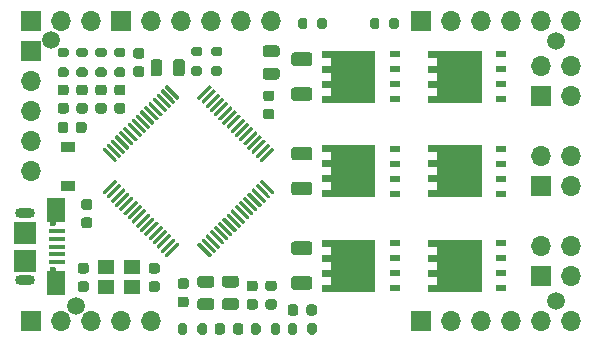
<source format=gbr>
%TF.GenerationSoftware,KiCad,Pcbnew,(5.1.12)-1*%
%TF.CreationDate,2022-04-07T02:34:00+02:00*%
%TF.ProjectId,xESC2,78455343-322e-46b6-9963-61645f706362,rev?*%
%TF.SameCoordinates,Original*%
%TF.FileFunction,Soldermask,Top*%
%TF.FilePolarity,Negative*%
%FSLAX46Y46*%
G04 Gerber Fmt 4.6, Leading zero omitted, Abs format (unit mm)*
G04 Created by KiCad (PCBNEW (5.1.12)-1) date 2022-04-07 02:34:00*
%MOMM*%
%LPD*%
G01*
G04 APERTURE LIST*
%ADD10C,1.500000*%
%ADD11R,1.400000X1.200000*%
%ADD12O,1.700000X1.700000*%
%ADD13R,1.700000X1.700000*%
%ADD14C,0.600000*%
%ADD15O,1.700000X0.850000*%
%ADD16R,1.600000X2.100000*%
%ADD17R,1.900000X1.900000*%
%ADD18R,1.350000X0.400000*%
%ADD19R,1.200000X0.900000*%
%ADD20C,0.100000*%
%ADD21R,0.850000X0.500000*%
G04 APERTURE END LIST*
D10*
%TO.C,FID5*%
X232800000Y-107300000D03*
%TD*%
%TO.C,FID3*%
X234900000Y-129800000D03*
%TD*%
%TO.C,FID2*%
X275500000Y-107400000D03*
%TD*%
%TO.C,FID1*%
X275500000Y-129400000D03*
%TD*%
%TO.C,C3*%
G36*
G01*
X254650001Y-109500000D02*
X253349999Y-109500000D01*
G75*
G02*
X253100000Y-109250001I0J249999D01*
G01*
X253100000Y-108599999D01*
G75*
G02*
X253349999Y-108350000I249999J0D01*
G01*
X254650001Y-108350000D01*
G75*
G02*
X254900000Y-108599999I0J-249999D01*
G01*
X254900000Y-109250001D01*
G75*
G02*
X254650001Y-109500000I-249999J0D01*
G01*
G37*
G36*
G01*
X254650001Y-112450000D02*
X253349999Y-112450000D01*
G75*
G02*
X253100000Y-112200001I0J249999D01*
G01*
X253100000Y-111549999D01*
G75*
G02*
X253349999Y-111300000I249999J0D01*
G01*
X254650001Y-111300000D01*
G75*
G02*
X254900000Y-111549999I0J-249999D01*
G01*
X254900000Y-112200001D01*
G75*
G02*
X254650001Y-112450000I-249999J0D01*
G01*
G37*
%TD*%
D11*
%TO.C,Y1*%
X237400000Y-126550000D03*
X239600000Y-126550000D03*
X239600000Y-128250000D03*
X237400000Y-128250000D03*
%TD*%
D12*
%TO.C,J10*%
X276780000Y-131100000D03*
X274240000Y-131100000D03*
X271700000Y-131100000D03*
X269160000Y-131100000D03*
X266620000Y-131100000D03*
D13*
X264080000Y-131100000D03*
%TD*%
D12*
%TO.C,J9*%
X276780000Y-105700000D03*
X274240000Y-105700000D03*
X271700000Y-105700000D03*
X269160000Y-105700000D03*
X266620000Y-105700000D03*
D13*
X264080000Y-105700000D03*
%TD*%
D12*
%TO.C,J8*%
X276780000Y-109510000D03*
X274240000Y-109510000D03*
X276780000Y-112050000D03*
D13*
X274240000Y-112050000D03*
%TD*%
D12*
%TO.C,J7*%
X276780000Y-117130000D03*
X274240000Y-117130000D03*
X276780000Y-119670000D03*
D13*
X274240000Y-119670000D03*
%TD*%
D12*
%TO.C,J6*%
X276780000Y-124750000D03*
X274240000Y-124750000D03*
X276780000Y-127290000D03*
D13*
X274240000Y-127290000D03*
%TD*%
%TO.C,U4*%
G36*
G01*
X238124428Y-117639860D02*
X237134478Y-116649910D01*
G75*
G02*
X237134478Y-116543844I53033J53033D01*
G01*
X237240544Y-116437778D01*
G75*
G02*
X237346610Y-116437778I53033J-53033D01*
G01*
X238336560Y-117427728D01*
G75*
G02*
X238336560Y-117533794I-53033J-53033D01*
G01*
X238230494Y-117639860D01*
G75*
G02*
X238124428Y-117639860I-53033J53033D01*
G01*
G37*
G36*
G01*
X238477981Y-117286307D02*
X237488031Y-116296357D01*
G75*
G02*
X237488031Y-116190291I53033J53033D01*
G01*
X237594097Y-116084225D01*
G75*
G02*
X237700163Y-116084225I53033J-53033D01*
G01*
X238690113Y-117074175D01*
G75*
G02*
X238690113Y-117180241I-53033J-53033D01*
G01*
X238584047Y-117286307D01*
G75*
G02*
X238477981Y-117286307I-53033J53033D01*
G01*
G37*
G36*
G01*
X238831534Y-116932754D02*
X237841584Y-115942804D01*
G75*
G02*
X237841584Y-115836738I53033J53033D01*
G01*
X237947650Y-115730672D01*
G75*
G02*
X238053716Y-115730672I53033J-53033D01*
G01*
X239043666Y-116720622D01*
G75*
G02*
X239043666Y-116826688I-53033J-53033D01*
G01*
X238937600Y-116932754D01*
G75*
G02*
X238831534Y-116932754I-53033J53033D01*
G01*
G37*
G36*
G01*
X239185088Y-116579200D02*
X238195138Y-115589250D01*
G75*
G02*
X238195138Y-115483184I53033J53033D01*
G01*
X238301204Y-115377118D01*
G75*
G02*
X238407270Y-115377118I53033J-53033D01*
G01*
X239397220Y-116367068D01*
G75*
G02*
X239397220Y-116473134I-53033J-53033D01*
G01*
X239291154Y-116579200D01*
G75*
G02*
X239185088Y-116579200I-53033J53033D01*
G01*
G37*
G36*
G01*
X239538641Y-116225647D02*
X238548691Y-115235697D01*
G75*
G02*
X238548691Y-115129631I53033J53033D01*
G01*
X238654757Y-115023565D01*
G75*
G02*
X238760823Y-115023565I53033J-53033D01*
G01*
X239750773Y-116013515D01*
G75*
G02*
X239750773Y-116119581I-53033J-53033D01*
G01*
X239644707Y-116225647D01*
G75*
G02*
X239538641Y-116225647I-53033J53033D01*
G01*
G37*
G36*
G01*
X239892195Y-115872093D02*
X238902245Y-114882143D01*
G75*
G02*
X238902245Y-114776077I53033J53033D01*
G01*
X239008311Y-114670011D01*
G75*
G02*
X239114377Y-114670011I53033J-53033D01*
G01*
X240104327Y-115659961D01*
G75*
G02*
X240104327Y-115766027I-53033J-53033D01*
G01*
X239998261Y-115872093D01*
G75*
G02*
X239892195Y-115872093I-53033J53033D01*
G01*
G37*
G36*
G01*
X240245748Y-115518540D02*
X239255798Y-114528590D01*
G75*
G02*
X239255798Y-114422524I53033J53033D01*
G01*
X239361864Y-114316458D01*
G75*
G02*
X239467930Y-114316458I53033J-53033D01*
G01*
X240457880Y-115306408D01*
G75*
G02*
X240457880Y-115412474I-53033J-53033D01*
G01*
X240351814Y-115518540D01*
G75*
G02*
X240245748Y-115518540I-53033J53033D01*
G01*
G37*
G36*
G01*
X240599301Y-115164987D02*
X239609351Y-114175037D01*
G75*
G02*
X239609351Y-114068971I53033J53033D01*
G01*
X239715417Y-113962905D01*
G75*
G02*
X239821483Y-113962905I53033J-53033D01*
G01*
X240811433Y-114952855D01*
G75*
G02*
X240811433Y-115058921I-53033J-53033D01*
G01*
X240705367Y-115164987D01*
G75*
G02*
X240599301Y-115164987I-53033J53033D01*
G01*
G37*
G36*
G01*
X240952855Y-114811433D02*
X239962905Y-113821483D01*
G75*
G02*
X239962905Y-113715417I53033J53033D01*
G01*
X240068971Y-113609351D01*
G75*
G02*
X240175037Y-113609351I53033J-53033D01*
G01*
X241164987Y-114599301D01*
G75*
G02*
X241164987Y-114705367I-53033J-53033D01*
G01*
X241058921Y-114811433D01*
G75*
G02*
X240952855Y-114811433I-53033J53033D01*
G01*
G37*
G36*
G01*
X241306408Y-114457880D02*
X240316458Y-113467930D01*
G75*
G02*
X240316458Y-113361864I53033J53033D01*
G01*
X240422524Y-113255798D01*
G75*
G02*
X240528590Y-113255798I53033J-53033D01*
G01*
X241518540Y-114245748D01*
G75*
G02*
X241518540Y-114351814I-53033J-53033D01*
G01*
X241412474Y-114457880D01*
G75*
G02*
X241306408Y-114457880I-53033J53033D01*
G01*
G37*
G36*
G01*
X241659961Y-114104327D02*
X240670011Y-113114377D01*
G75*
G02*
X240670011Y-113008311I53033J53033D01*
G01*
X240776077Y-112902245D01*
G75*
G02*
X240882143Y-112902245I53033J-53033D01*
G01*
X241872093Y-113892195D01*
G75*
G02*
X241872093Y-113998261I-53033J-53033D01*
G01*
X241766027Y-114104327D01*
G75*
G02*
X241659961Y-114104327I-53033J53033D01*
G01*
G37*
G36*
G01*
X242013515Y-113750773D02*
X241023565Y-112760823D01*
G75*
G02*
X241023565Y-112654757I53033J53033D01*
G01*
X241129631Y-112548691D01*
G75*
G02*
X241235697Y-112548691I53033J-53033D01*
G01*
X242225647Y-113538641D01*
G75*
G02*
X242225647Y-113644707I-53033J-53033D01*
G01*
X242119581Y-113750773D01*
G75*
G02*
X242013515Y-113750773I-53033J53033D01*
G01*
G37*
G36*
G01*
X242367068Y-113397220D02*
X241377118Y-112407270D01*
G75*
G02*
X241377118Y-112301204I53033J53033D01*
G01*
X241483184Y-112195138D01*
G75*
G02*
X241589250Y-112195138I53033J-53033D01*
G01*
X242579200Y-113185088D01*
G75*
G02*
X242579200Y-113291154I-53033J-53033D01*
G01*
X242473134Y-113397220D01*
G75*
G02*
X242367068Y-113397220I-53033J53033D01*
G01*
G37*
G36*
G01*
X242720622Y-113043666D02*
X241730672Y-112053716D01*
G75*
G02*
X241730672Y-111947650I53033J53033D01*
G01*
X241836738Y-111841584D01*
G75*
G02*
X241942804Y-111841584I53033J-53033D01*
G01*
X242932754Y-112831534D01*
G75*
G02*
X242932754Y-112937600I-53033J-53033D01*
G01*
X242826688Y-113043666D01*
G75*
G02*
X242720622Y-113043666I-53033J53033D01*
G01*
G37*
G36*
G01*
X243074175Y-112690113D02*
X242084225Y-111700163D01*
G75*
G02*
X242084225Y-111594097I53033J53033D01*
G01*
X242190291Y-111488031D01*
G75*
G02*
X242296357Y-111488031I53033J-53033D01*
G01*
X243286307Y-112477981D01*
G75*
G02*
X243286307Y-112584047I-53033J-53033D01*
G01*
X243180241Y-112690113D01*
G75*
G02*
X243074175Y-112690113I-53033J53033D01*
G01*
G37*
G36*
G01*
X243427728Y-112336560D02*
X242437778Y-111346610D01*
G75*
G02*
X242437778Y-111240544I53033J53033D01*
G01*
X242543844Y-111134478D01*
G75*
G02*
X242649910Y-111134478I53033J-53033D01*
G01*
X243639860Y-112124428D01*
G75*
G02*
X243639860Y-112230494I-53033J-53033D01*
G01*
X243533794Y-112336560D01*
G75*
G02*
X243427728Y-112336560I-53033J53033D01*
G01*
G37*
G36*
G01*
X245266206Y-112336560D02*
X245160140Y-112230494D01*
G75*
G02*
X245160140Y-112124428I53033J53033D01*
G01*
X246150090Y-111134478D01*
G75*
G02*
X246256156Y-111134478I53033J-53033D01*
G01*
X246362222Y-111240544D01*
G75*
G02*
X246362222Y-111346610I-53033J-53033D01*
G01*
X245372272Y-112336560D01*
G75*
G02*
X245266206Y-112336560I-53033J53033D01*
G01*
G37*
G36*
G01*
X245619759Y-112690113D02*
X245513693Y-112584047D01*
G75*
G02*
X245513693Y-112477981I53033J53033D01*
G01*
X246503643Y-111488031D01*
G75*
G02*
X246609709Y-111488031I53033J-53033D01*
G01*
X246715775Y-111594097D01*
G75*
G02*
X246715775Y-111700163I-53033J-53033D01*
G01*
X245725825Y-112690113D01*
G75*
G02*
X245619759Y-112690113I-53033J53033D01*
G01*
G37*
G36*
G01*
X245973312Y-113043666D02*
X245867246Y-112937600D01*
G75*
G02*
X245867246Y-112831534I53033J53033D01*
G01*
X246857196Y-111841584D01*
G75*
G02*
X246963262Y-111841584I53033J-53033D01*
G01*
X247069328Y-111947650D01*
G75*
G02*
X247069328Y-112053716I-53033J-53033D01*
G01*
X246079378Y-113043666D01*
G75*
G02*
X245973312Y-113043666I-53033J53033D01*
G01*
G37*
G36*
G01*
X246326866Y-113397220D02*
X246220800Y-113291154D01*
G75*
G02*
X246220800Y-113185088I53033J53033D01*
G01*
X247210750Y-112195138D01*
G75*
G02*
X247316816Y-112195138I53033J-53033D01*
G01*
X247422882Y-112301204D01*
G75*
G02*
X247422882Y-112407270I-53033J-53033D01*
G01*
X246432932Y-113397220D01*
G75*
G02*
X246326866Y-113397220I-53033J53033D01*
G01*
G37*
G36*
G01*
X246680419Y-113750773D02*
X246574353Y-113644707D01*
G75*
G02*
X246574353Y-113538641I53033J53033D01*
G01*
X247564303Y-112548691D01*
G75*
G02*
X247670369Y-112548691I53033J-53033D01*
G01*
X247776435Y-112654757D01*
G75*
G02*
X247776435Y-112760823I-53033J-53033D01*
G01*
X246786485Y-113750773D01*
G75*
G02*
X246680419Y-113750773I-53033J53033D01*
G01*
G37*
G36*
G01*
X247033973Y-114104327D02*
X246927907Y-113998261D01*
G75*
G02*
X246927907Y-113892195I53033J53033D01*
G01*
X247917857Y-112902245D01*
G75*
G02*
X248023923Y-112902245I53033J-53033D01*
G01*
X248129989Y-113008311D01*
G75*
G02*
X248129989Y-113114377I-53033J-53033D01*
G01*
X247140039Y-114104327D01*
G75*
G02*
X247033973Y-114104327I-53033J53033D01*
G01*
G37*
G36*
G01*
X247387526Y-114457880D02*
X247281460Y-114351814D01*
G75*
G02*
X247281460Y-114245748I53033J53033D01*
G01*
X248271410Y-113255798D01*
G75*
G02*
X248377476Y-113255798I53033J-53033D01*
G01*
X248483542Y-113361864D01*
G75*
G02*
X248483542Y-113467930I-53033J-53033D01*
G01*
X247493592Y-114457880D01*
G75*
G02*
X247387526Y-114457880I-53033J53033D01*
G01*
G37*
G36*
G01*
X247741079Y-114811433D02*
X247635013Y-114705367D01*
G75*
G02*
X247635013Y-114599301I53033J53033D01*
G01*
X248624963Y-113609351D01*
G75*
G02*
X248731029Y-113609351I53033J-53033D01*
G01*
X248837095Y-113715417D01*
G75*
G02*
X248837095Y-113821483I-53033J-53033D01*
G01*
X247847145Y-114811433D01*
G75*
G02*
X247741079Y-114811433I-53033J53033D01*
G01*
G37*
G36*
G01*
X248094633Y-115164987D02*
X247988567Y-115058921D01*
G75*
G02*
X247988567Y-114952855I53033J53033D01*
G01*
X248978517Y-113962905D01*
G75*
G02*
X249084583Y-113962905I53033J-53033D01*
G01*
X249190649Y-114068971D01*
G75*
G02*
X249190649Y-114175037I-53033J-53033D01*
G01*
X248200699Y-115164987D01*
G75*
G02*
X248094633Y-115164987I-53033J53033D01*
G01*
G37*
G36*
G01*
X248448186Y-115518540D02*
X248342120Y-115412474D01*
G75*
G02*
X248342120Y-115306408I53033J53033D01*
G01*
X249332070Y-114316458D01*
G75*
G02*
X249438136Y-114316458I53033J-53033D01*
G01*
X249544202Y-114422524D01*
G75*
G02*
X249544202Y-114528590I-53033J-53033D01*
G01*
X248554252Y-115518540D01*
G75*
G02*
X248448186Y-115518540I-53033J53033D01*
G01*
G37*
G36*
G01*
X248801739Y-115872093D02*
X248695673Y-115766027D01*
G75*
G02*
X248695673Y-115659961I53033J53033D01*
G01*
X249685623Y-114670011D01*
G75*
G02*
X249791689Y-114670011I53033J-53033D01*
G01*
X249897755Y-114776077D01*
G75*
G02*
X249897755Y-114882143I-53033J-53033D01*
G01*
X248907805Y-115872093D01*
G75*
G02*
X248801739Y-115872093I-53033J53033D01*
G01*
G37*
G36*
G01*
X249155293Y-116225647D02*
X249049227Y-116119581D01*
G75*
G02*
X249049227Y-116013515I53033J53033D01*
G01*
X250039177Y-115023565D01*
G75*
G02*
X250145243Y-115023565I53033J-53033D01*
G01*
X250251309Y-115129631D01*
G75*
G02*
X250251309Y-115235697I-53033J-53033D01*
G01*
X249261359Y-116225647D01*
G75*
G02*
X249155293Y-116225647I-53033J53033D01*
G01*
G37*
G36*
G01*
X249508846Y-116579200D02*
X249402780Y-116473134D01*
G75*
G02*
X249402780Y-116367068I53033J53033D01*
G01*
X250392730Y-115377118D01*
G75*
G02*
X250498796Y-115377118I53033J-53033D01*
G01*
X250604862Y-115483184D01*
G75*
G02*
X250604862Y-115589250I-53033J-53033D01*
G01*
X249614912Y-116579200D01*
G75*
G02*
X249508846Y-116579200I-53033J53033D01*
G01*
G37*
G36*
G01*
X249862400Y-116932754D02*
X249756334Y-116826688D01*
G75*
G02*
X249756334Y-116720622I53033J53033D01*
G01*
X250746284Y-115730672D01*
G75*
G02*
X250852350Y-115730672I53033J-53033D01*
G01*
X250958416Y-115836738D01*
G75*
G02*
X250958416Y-115942804I-53033J-53033D01*
G01*
X249968466Y-116932754D01*
G75*
G02*
X249862400Y-116932754I-53033J53033D01*
G01*
G37*
G36*
G01*
X250215953Y-117286307D02*
X250109887Y-117180241D01*
G75*
G02*
X250109887Y-117074175I53033J53033D01*
G01*
X251099837Y-116084225D01*
G75*
G02*
X251205903Y-116084225I53033J-53033D01*
G01*
X251311969Y-116190291D01*
G75*
G02*
X251311969Y-116296357I-53033J-53033D01*
G01*
X250322019Y-117286307D01*
G75*
G02*
X250215953Y-117286307I-53033J53033D01*
G01*
G37*
G36*
G01*
X250569506Y-117639860D02*
X250463440Y-117533794D01*
G75*
G02*
X250463440Y-117427728I53033J53033D01*
G01*
X251453390Y-116437778D01*
G75*
G02*
X251559456Y-116437778I53033J-53033D01*
G01*
X251665522Y-116543844D01*
G75*
G02*
X251665522Y-116649910I-53033J-53033D01*
G01*
X250675572Y-117639860D01*
G75*
G02*
X250569506Y-117639860I-53033J53033D01*
G01*
G37*
G36*
G01*
X251453390Y-120362222D02*
X250463440Y-119372272D01*
G75*
G02*
X250463440Y-119266206I53033J53033D01*
G01*
X250569506Y-119160140D01*
G75*
G02*
X250675572Y-119160140I53033J-53033D01*
G01*
X251665522Y-120150090D01*
G75*
G02*
X251665522Y-120256156I-53033J-53033D01*
G01*
X251559456Y-120362222D01*
G75*
G02*
X251453390Y-120362222I-53033J53033D01*
G01*
G37*
G36*
G01*
X251099837Y-120715775D02*
X250109887Y-119725825D01*
G75*
G02*
X250109887Y-119619759I53033J53033D01*
G01*
X250215953Y-119513693D01*
G75*
G02*
X250322019Y-119513693I53033J-53033D01*
G01*
X251311969Y-120503643D01*
G75*
G02*
X251311969Y-120609709I-53033J-53033D01*
G01*
X251205903Y-120715775D01*
G75*
G02*
X251099837Y-120715775I-53033J53033D01*
G01*
G37*
G36*
G01*
X250746284Y-121069328D02*
X249756334Y-120079378D01*
G75*
G02*
X249756334Y-119973312I53033J53033D01*
G01*
X249862400Y-119867246D01*
G75*
G02*
X249968466Y-119867246I53033J-53033D01*
G01*
X250958416Y-120857196D01*
G75*
G02*
X250958416Y-120963262I-53033J-53033D01*
G01*
X250852350Y-121069328D01*
G75*
G02*
X250746284Y-121069328I-53033J53033D01*
G01*
G37*
G36*
G01*
X250392730Y-121422882D02*
X249402780Y-120432932D01*
G75*
G02*
X249402780Y-120326866I53033J53033D01*
G01*
X249508846Y-120220800D01*
G75*
G02*
X249614912Y-120220800I53033J-53033D01*
G01*
X250604862Y-121210750D01*
G75*
G02*
X250604862Y-121316816I-53033J-53033D01*
G01*
X250498796Y-121422882D01*
G75*
G02*
X250392730Y-121422882I-53033J53033D01*
G01*
G37*
G36*
G01*
X250039177Y-121776435D02*
X249049227Y-120786485D01*
G75*
G02*
X249049227Y-120680419I53033J53033D01*
G01*
X249155293Y-120574353D01*
G75*
G02*
X249261359Y-120574353I53033J-53033D01*
G01*
X250251309Y-121564303D01*
G75*
G02*
X250251309Y-121670369I-53033J-53033D01*
G01*
X250145243Y-121776435D01*
G75*
G02*
X250039177Y-121776435I-53033J53033D01*
G01*
G37*
G36*
G01*
X249685623Y-122129989D02*
X248695673Y-121140039D01*
G75*
G02*
X248695673Y-121033973I53033J53033D01*
G01*
X248801739Y-120927907D01*
G75*
G02*
X248907805Y-120927907I53033J-53033D01*
G01*
X249897755Y-121917857D01*
G75*
G02*
X249897755Y-122023923I-53033J-53033D01*
G01*
X249791689Y-122129989D01*
G75*
G02*
X249685623Y-122129989I-53033J53033D01*
G01*
G37*
G36*
G01*
X249332070Y-122483542D02*
X248342120Y-121493592D01*
G75*
G02*
X248342120Y-121387526I53033J53033D01*
G01*
X248448186Y-121281460D01*
G75*
G02*
X248554252Y-121281460I53033J-53033D01*
G01*
X249544202Y-122271410D01*
G75*
G02*
X249544202Y-122377476I-53033J-53033D01*
G01*
X249438136Y-122483542D01*
G75*
G02*
X249332070Y-122483542I-53033J53033D01*
G01*
G37*
G36*
G01*
X248978517Y-122837095D02*
X247988567Y-121847145D01*
G75*
G02*
X247988567Y-121741079I53033J53033D01*
G01*
X248094633Y-121635013D01*
G75*
G02*
X248200699Y-121635013I53033J-53033D01*
G01*
X249190649Y-122624963D01*
G75*
G02*
X249190649Y-122731029I-53033J-53033D01*
G01*
X249084583Y-122837095D01*
G75*
G02*
X248978517Y-122837095I-53033J53033D01*
G01*
G37*
G36*
G01*
X248624963Y-123190649D02*
X247635013Y-122200699D01*
G75*
G02*
X247635013Y-122094633I53033J53033D01*
G01*
X247741079Y-121988567D01*
G75*
G02*
X247847145Y-121988567I53033J-53033D01*
G01*
X248837095Y-122978517D01*
G75*
G02*
X248837095Y-123084583I-53033J-53033D01*
G01*
X248731029Y-123190649D01*
G75*
G02*
X248624963Y-123190649I-53033J53033D01*
G01*
G37*
G36*
G01*
X248271410Y-123544202D02*
X247281460Y-122554252D01*
G75*
G02*
X247281460Y-122448186I53033J53033D01*
G01*
X247387526Y-122342120D01*
G75*
G02*
X247493592Y-122342120I53033J-53033D01*
G01*
X248483542Y-123332070D01*
G75*
G02*
X248483542Y-123438136I-53033J-53033D01*
G01*
X248377476Y-123544202D01*
G75*
G02*
X248271410Y-123544202I-53033J53033D01*
G01*
G37*
G36*
G01*
X247917857Y-123897755D02*
X246927907Y-122907805D01*
G75*
G02*
X246927907Y-122801739I53033J53033D01*
G01*
X247033973Y-122695673D01*
G75*
G02*
X247140039Y-122695673I53033J-53033D01*
G01*
X248129989Y-123685623D01*
G75*
G02*
X248129989Y-123791689I-53033J-53033D01*
G01*
X248023923Y-123897755D01*
G75*
G02*
X247917857Y-123897755I-53033J53033D01*
G01*
G37*
G36*
G01*
X247564303Y-124251309D02*
X246574353Y-123261359D01*
G75*
G02*
X246574353Y-123155293I53033J53033D01*
G01*
X246680419Y-123049227D01*
G75*
G02*
X246786485Y-123049227I53033J-53033D01*
G01*
X247776435Y-124039177D01*
G75*
G02*
X247776435Y-124145243I-53033J-53033D01*
G01*
X247670369Y-124251309D01*
G75*
G02*
X247564303Y-124251309I-53033J53033D01*
G01*
G37*
G36*
G01*
X247210750Y-124604862D02*
X246220800Y-123614912D01*
G75*
G02*
X246220800Y-123508846I53033J53033D01*
G01*
X246326866Y-123402780D01*
G75*
G02*
X246432932Y-123402780I53033J-53033D01*
G01*
X247422882Y-124392730D01*
G75*
G02*
X247422882Y-124498796I-53033J-53033D01*
G01*
X247316816Y-124604862D01*
G75*
G02*
X247210750Y-124604862I-53033J53033D01*
G01*
G37*
G36*
G01*
X246857196Y-124958416D02*
X245867246Y-123968466D01*
G75*
G02*
X245867246Y-123862400I53033J53033D01*
G01*
X245973312Y-123756334D01*
G75*
G02*
X246079378Y-123756334I53033J-53033D01*
G01*
X247069328Y-124746284D01*
G75*
G02*
X247069328Y-124852350I-53033J-53033D01*
G01*
X246963262Y-124958416D01*
G75*
G02*
X246857196Y-124958416I-53033J53033D01*
G01*
G37*
G36*
G01*
X246503643Y-125311969D02*
X245513693Y-124322019D01*
G75*
G02*
X245513693Y-124215953I53033J53033D01*
G01*
X245619759Y-124109887D01*
G75*
G02*
X245725825Y-124109887I53033J-53033D01*
G01*
X246715775Y-125099837D01*
G75*
G02*
X246715775Y-125205903I-53033J-53033D01*
G01*
X246609709Y-125311969D01*
G75*
G02*
X246503643Y-125311969I-53033J53033D01*
G01*
G37*
G36*
G01*
X246150090Y-125665522D02*
X245160140Y-124675572D01*
G75*
G02*
X245160140Y-124569506I53033J53033D01*
G01*
X245266206Y-124463440D01*
G75*
G02*
X245372272Y-124463440I53033J-53033D01*
G01*
X246362222Y-125453390D01*
G75*
G02*
X246362222Y-125559456I-53033J-53033D01*
G01*
X246256156Y-125665522D01*
G75*
G02*
X246150090Y-125665522I-53033J53033D01*
G01*
G37*
G36*
G01*
X242543844Y-125665522D02*
X242437778Y-125559456D01*
G75*
G02*
X242437778Y-125453390I53033J53033D01*
G01*
X243427728Y-124463440D01*
G75*
G02*
X243533794Y-124463440I53033J-53033D01*
G01*
X243639860Y-124569506D01*
G75*
G02*
X243639860Y-124675572I-53033J-53033D01*
G01*
X242649910Y-125665522D01*
G75*
G02*
X242543844Y-125665522I-53033J53033D01*
G01*
G37*
G36*
G01*
X242190291Y-125311969D02*
X242084225Y-125205903D01*
G75*
G02*
X242084225Y-125099837I53033J53033D01*
G01*
X243074175Y-124109887D01*
G75*
G02*
X243180241Y-124109887I53033J-53033D01*
G01*
X243286307Y-124215953D01*
G75*
G02*
X243286307Y-124322019I-53033J-53033D01*
G01*
X242296357Y-125311969D01*
G75*
G02*
X242190291Y-125311969I-53033J53033D01*
G01*
G37*
G36*
G01*
X241836738Y-124958416D02*
X241730672Y-124852350D01*
G75*
G02*
X241730672Y-124746284I53033J53033D01*
G01*
X242720622Y-123756334D01*
G75*
G02*
X242826688Y-123756334I53033J-53033D01*
G01*
X242932754Y-123862400D01*
G75*
G02*
X242932754Y-123968466I-53033J-53033D01*
G01*
X241942804Y-124958416D01*
G75*
G02*
X241836738Y-124958416I-53033J53033D01*
G01*
G37*
G36*
G01*
X241483184Y-124604862D02*
X241377118Y-124498796D01*
G75*
G02*
X241377118Y-124392730I53033J53033D01*
G01*
X242367068Y-123402780D01*
G75*
G02*
X242473134Y-123402780I53033J-53033D01*
G01*
X242579200Y-123508846D01*
G75*
G02*
X242579200Y-123614912I-53033J-53033D01*
G01*
X241589250Y-124604862D01*
G75*
G02*
X241483184Y-124604862I-53033J53033D01*
G01*
G37*
G36*
G01*
X241129631Y-124251309D02*
X241023565Y-124145243D01*
G75*
G02*
X241023565Y-124039177I53033J53033D01*
G01*
X242013515Y-123049227D01*
G75*
G02*
X242119581Y-123049227I53033J-53033D01*
G01*
X242225647Y-123155293D01*
G75*
G02*
X242225647Y-123261359I-53033J-53033D01*
G01*
X241235697Y-124251309D01*
G75*
G02*
X241129631Y-124251309I-53033J53033D01*
G01*
G37*
G36*
G01*
X240776077Y-123897755D02*
X240670011Y-123791689D01*
G75*
G02*
X240670011Y-123685623I53033J53033D01*
G01*
X241659961Y-122695673D01*
G75*
G02*
X241766027Y-122695673I53033J-53033D01*
G01*
X241872093Y-122801739D01*
G75*
G02*
X241872093Y-122907805I-53033J-53033D01*
G01*
X240882143Y-123897755D01*
G75*
G02*
X240776077Y-123897755I-53033J53033D01*
G01*
G37*
G36*
G01*
X240422524Y-123544202D02*
X240316458Y-123438136D01*
G75*
G02*
X240316458Y-123332070I53033J53033D01*
G01*
X241306408Y-122342120D01*
G75*
G02*
X241412474Y-122342120I53033J-53033D01*
G01*
X241518540Y-122448186D01*
G75*
G02*
X241518540Y-122554252I-53033J-53033D01*
G01*
X240528590Y-123544202D01*
G75*
G02*
X240422524Y-123544202I-53033J53033D01*
G01*
G37*
G36*
G01*
X240068971Y-123190649D02*
X239962905Y-123084583D01*
G75*
G02*
X239962905Y-122978517I53033J53033D01*
G01*
X240952855Y-121988567D01*
G75*
G02*
X241058921Y-121988567I53033J-53033D01*
G01*
X241164987Y-122094633D01*
G75*
G02*
X241164987Y-122200699I-53033J-53033D01*
G01*
X240175037Y-123190649D01*
G75*
G02*
X240068971Y-123190649I-53033J53033D01*
G01*
G37*
G36*
G01*
X239715417Y-122837095D02*
X239609351Y-122731029D01*
G75*
G02*
X239609351Y-122624963I53033J53033D01*
G01*
X240599301Y-121635013D01*
G75*
G02*
X240705367Y-121635013I53033J-53033D01*
G01*
X240811433Y-121741079D01*
G75*
G02*
X240811433Y-121847145I-53033J-53033D01*
G01*
X239821483Y-122837095D01*
G75*
G02*
X239715417Y-122837095I-53033J53033D01*
G01*
G37*
G36*
G01*
X239361864Y-122483542D02*
X239255798Y-122377476D01*
G75*
G02*
X239255798Y-122271410I53033J53033D01*
G01*
X240245748Y-121281460D01*
G75*
G02*
X240351814Y-121281460I53033J-53033D01*
G01*
X240457880Y-121387526D01*
G75*
G02*
X240457880Y-121493592I-53033J-53033D01*
G01*
X239467930Y-122483542D01*
G75*
G02*
X239361864Y-122483542I-53033J53033D01*
G01*
G37*
G36*
G01*
X239008311Y-122129989D02*
X238902245Y-122023923D01*
G75*
G02*
X238902245Y-121917857I53033J53033D01*
G01*
X239892195Y-120927907D01*
G75*
G02*
X239998261Y-120927907I53033J-53033D01*
G01*
X240104327Y-121033973D01*
G75*
G02*
X240104327Y-121140039I-53033J-53033D01*
G01*
X239114377Y-122129989D01*
G75*
G02*
X239008311Y-122129989I-53033J53033D01*
G01*
G37*
G36*
G01*
X238654757Y-121776435D02*
X238548691Y-121670369D01*
G75*
G02*
X238548691Y-121564303I53033J53033D01*
G01*
X239538641Y-120574353D01*
G75*
G02*
X239644707Y-120574353I53033J-53033D01*
G01*
X239750773Y-120680419D01*
G75*
G02*
X239750773Y-120786485I-53033J-53033D01*
G01*
X238760823Y-121776435D01*
G75*
G02*
X238654757Y-121776435I-53033J53033D01*
G01*
G37*
G36*
G01*
X238301204Y-121422882D02*
X238195138Y-121316816D01*
G75*
G02*
X238195138Y-121210750I53033J53033D01*
G01*
X239185088Y-120220800D01*
G75*
G02*
X239291154Y-120220800I53033J-53033D01*
G01*
X239397220Y-120326866D01*
G75*
G02*
X239397220Y-120432932I-53033J-53033D01*
G01*
X238407270Y-121422882D01*
G75*
G02*
X238301204Y-121422882I-53033J53033D01*
G01*
G37*
G36*
G01*
X237947650Y-121069328D02*
X237841584Y-120963262D01*
G75*
G02*
X237841584Y-120857196I53033J53033D01*
G01*
X238831534Y-119867246D01*
G75*
G02*
X238937600Y-119867246I53033J-53033D01*
G01*
X239043666Y-119973312D01*
G75*
G02*
X239043666Y-120079378I-53033J-53033D01*
G01*
X238053716Y-121069328D01*
G75*
G02*
X237947650Y-121069328I-53033J53033D01*
G01*
G37*
G36*
G01*
X237594097Y-120715775D02*
X237488031Y-120609709D01*
G75*
G02*
X237488031Y-120503643I53033J53033D01*
G01*
X238477981Y-119513693D01*
G75*
G02*
X238584047Y-119513693I53033J-53033D01*
G01*
X238690113Y-119619759D01*
G75*
G02*
X238690113Y-119725825I-53033J-53033D01*
G01*
X237700163Y-120715775D01*
G75*
G02*
X237594097Y-120715775I-53033J53033D01*
G01*
G37*
G36*
G01*
X237240544Y-120362222D02*
X237134478Y-120256156D01*
G75*
G02*
X237134478Y-120150090I53033J53033D01*
G01*
X238124428Y-119160140D01*
G75*
G02*
X238230494Y-119160140I53033J-53033D01*
G01*
X238336560Y-119266206D01*
G75*
G02*
X238336560Y-119372272I-53033J-53033D01*
G01*
X237346610Y-120362222D01*
G75*
G02*
X237240544Y-120362222I-53033J53033D01*
G01*
G37*
%TD*%
%TO.C,R40*%
G36*
G01*
X261425000Y-106175000D02*
X261425000Y-105625000D01*
G75*
G02*
X261625000Y-105425000I200000J0D01*
G01*
X262025000Y-105425000D01*
G75*
G02*
X262225000Y-105625000I0J-200000D01*
G01*
X262225000Y-106175000D01*
G75*
G02*
X262025000Y-106375000I-200000J0D01*
G01*
X261625000Y-106375000D01*
G75*
G02*
X261425000Y-106175000I0J200000D01*
G01*
G37*
G36*
G01*
X259775000Y-106175000D02*
X259775000Y-105625000D01*
G75*
G02*
X259975000Y-105425000I200000J0D01*
G01*
X260375000Y-105425000D01*
G75*
G02*
X260575000Y-105625000I0J-200000D01*
G01*
X260575000Y-106175000D01*
G75*
G02*
X260375000Y-106375000I-200000J0D01*
G01*
X259975000Y-106375000D01*
G75*
G02*
X259775000Y-106175000I0J200000D01*
G01*
G37*
%TD*%
%TO.C,R39*%
G36*
G01*
X255325000Y-106175000D02*
X255325000Y-105625000D01*
G75*
G02*
X255525000Y-105425000I200000J0D01*
G01*
X255925000Y-105425000D01*
G75*
G02*
X256125000Y-105625000I0J-200000D01*
G01*
X256125000Y-106175000D01*
G75*
G02*
X255925000Y-106375000I-200000J0D01*
G01*
X255525000Y-106375000D01*
G75*
G02*
X255325000Y-106175000I0J200000D01*
G01*
G37*
G36*
G01*
X253675000Y-106175000D02*
X253675000Y-105625000D01*
G75*
G02*
X253875000Y-105425000I200000J0D01*
G01*
X254275000Y-105425000D01*
G75*
G02*
X254475000Y-105625000I0J-200000D01*
G01*
X254475000Y-106175000D01*
G75*
G02*
X254275000Y-106375000I-200000J0D01*
G01*
X253875000Y-106375000D01*
G75*
G02*
X253675000Y-106175000I0J200000D01*
G01*
G37*
%TD*%
%TO.C,R38*%
G36*
G01*
X245165000Y-132035000D02*
X245165000Y-131485000D01*
G75*
G02*
X245365000Y-131285000I200000J0D01*
G01*
X245765000Y-131285000D01*
G75*
G02*
X245965000Y-131485000I0J-200000D01*
G01*
X245965000Y-132035000D01*
G75*
G02*
X245765000Y-132235000I-200000J0D01*
G01*
X245365000Y-132235000D01*
G75*
G02*
X245165000Y-132035000I0J200000D01*
G01*
G37*
G36*
G01*
X243515000Y-132035000D02*
X243515000Y-131485000D01*
G75*
G02*
X243715000Y-131285000I200000J0D01*
G01*
X244115000Y-131285000D01*
G75*
G02*
X244315000Y-131485000I0J-200000D01*
G01*
X244315000Y-132035000D01*
G75*
G02*
X244115000Y-132235000I-200000J0D01*
G01*
X243715000Y-132235000D01*
G75*
G02*
X243515000Y-132035000I0J200000D01*
G01*
G37*
%TD*%
%TO.C,R37*%
G36*
G01*
X251365000Y-132035000D02*
X251365000Y-131485000D01*
G75*
G02*
X251565000Y-131285000I200000J0D01*
G01*
X251965000Y-131285000D01*
G75*
G02*
X252165000Y-131485000I0J-200000D01*
G01*
X252165000Y-132035000D01*
G75*
G02*
X251965000Y-132235000I-200000J0D01*
G01*
X251565000Y-132235000D01*
G75*
G02*
X251365000Y-132035000I0J200000D01*
G01*
G37*
G36*
G01*
X249715000Y-132035000D02*
X249715000Y-131485000D01*
G75*
G02*
X249915000Y-131285000I200000J0D01*
G01*
X250315000Y-131285000D01*
G75*
G02*
X250515000Y-131485000I0J-200000D01*
G01*
X250515000Y-132035000D01*
G75*
G02*
X250315000Y-132235000I-200000J0D01*
G01*
X249915000Y-132235000D01*
G75*
G02*
X249715000Y-132035000I0J200000D01*
G01*
G37*
%TD*%
%TO.C,D5*%
G36*
G01*
X247490000Y-131503750D02*
X247490000Y-132016250D01*
G75*
G02*
X247271250Y-132235000I-218750J0D01*
G01*
X246833750Y-132235000D01*
G75*
G02*
X246615000Y-132016250I0J218750D01*
G01*
X246615000Y-131503750D01*
G75*
G02*
X246833750Y-131285000I218750J0D01*
G01*
X247271250Y-131285000D01*
G75*
G02*
X247490000Y-131503750I0J-218750D01*
G01*
G37*
G36*
G01*
X249065000Y-131503750D02*
X249065000Y-132016250D01*
G75*
G02*
X248846250Y-132235000I-218750J0D01*
G01*
X248408750Y-132235000D01*
G75*
G02*
X248190000Y-132016250I0J218750D01*
G01*
X248190000Y-131503750D01*
G75*
G02*
X248408750Y-131285000I218750J0D01*
G01*
X248846250Y-131285000D01*
G75*
G02*
X249065000Y-131503750I0J-218750D01*
G01*
G37*
%TD*%
%TO.C,D4*%
G36*
G01*
X251143750Y-129250000D02*
X251656250Y-129250000D01*
G75*
G02*
X251875000Y-129468750I0J-218750D01*
G01*
X251875000Y-129906250D01*
G75*
G02*
X251656250Y-130125000I-218750J0D01*
G01*
X251143750Y-130125000D01*
G75*
G02*
X250925000Y-129906250I0J218750D01*
G01*
X250925000Y-129468750D01*
G75*
G02*
X251143750Y-129250000I218750J0D01*
G01*
G37*
G36*
G01*
X251143750Y-127675000D02*
X251656250Y-127675000D01*
G75*
G02*
X251875000Y-127893750I0J-218750D01*
G01*
X251875000Y-128331250D01*
G75*
G02*
X251656250Y-128550000I-218750J0D01*
G01*
X251143750Y-128550000D01*
G75*
G02*
X250925000Y-128331250I0J218750D01*
G01*
X250925000Y-127893750D01*
G75*
G02*
X251143750Y-127675000I218750J0D01*
G01*
G37*
%TD*%
D12*
%TO.C,J5*%
X236140000Y-105700000D03*
X233600000Y-105700000D03*
D13*
X231060000Y-105700000D03*
%TD*%
D12*
%TO.C,J4*%
X241220000Y-131100000D03*
X238680000Y-131100000D03*
X236140000Y-131100000D03*
X233600000Y-131100000D03*
D13*
X231060000Y-131100000D03*
%TD*%
%TO.C,R35*%
G36*
G01*
X238325000Y-109625000D02*
X238875000Y-109625000D01*
G75*
G02*
X239075000Y-109825000I0J-200000D01*
G01*
X239075000Y-110225000D01*
G75*
G02*
X238875000Y-110425000I-200000J0D01*
G01*
X238325000Y-110425000D01*
G75*
G02*
X238125000Y-110225000I0J200000D01*
G01*
X238125000Y-109825000D01*
G75*
G02*
X238325000Y-109625000I200000J0D01*
G01*
G37*
G36*
G01*
X238325000Y-107975000D02*
X238875000Y-107975000D01*
G75*
G02*
X239075000Y-108175000I0J-200000D01*
G01*
X239075000Y-108575000D01*
G75*
G02*
X238875000Y-108775000I-200000J0D01*
G01*
X238325000Y-108775000D01*
G75*
G02*
X238125000Y-108575000I0J200000D01*
G01*
X238125000Y-108175000D01*
G75*
G02*
X238325000Y-107975000I200000J0D01*
G01*
G37*
%TD*%
%TO.C,R34*%
G36*
G01*
X236725000Y-109625000D02*
X237275000Y-109625000D01*
G75*
G02*
X237475000Y-109825000I0J-200000D01*
G01*
X237475000Y-110225000D01*
G75*
G02*
X237275000Y-110425000I-200000J0D01*
G01*
X236725000Y-110425000D01*
G75*
G02*
X236525000Y-110225000I0J200000D01*
G01*
X236525000Y-109825000D01*
G75*
G02*
X236725000Y-109625000I200000J0D01*
G01*
G37*
G36*
G01*
X236725000Y-107975000D02*
X237275000Y-107975000D01*
G75*
G02*
X237475000Y-108175000I0J-200000D01*
G01*
X237475000Y-108575000D01*
G75*
G02*
X237275000Y-108775000I-200000J0D01*
G01*
X236725000Y-108775000D01*
G75*
G02*
X236525000Y-108575000I0J200000D01*
G01*
X236525000Y-108175000D01*
G75*
G02*
X236725000Y-107975000I200000J0D01*
G01*
G37*
%TD*%
%TO.C,R33*%
G36*
G01*
X235125000Y-109625000D02*
X235675000Y-109625000D01*
G75*
G02*
X235875000Y-109825000I0J-200000D01*
G01*
X235875000Y-110225000D01*
G75*
G02*
X235675000Y-110425000I-200000J0D01*
G01*
X235125000Y-110425000D01*
G75*
G02*
X234925000Y-110225000I0J200000D01*
G01*
X234925000Y-109825000D01*
G75*
G02*
X235125000Y-109625000I200000J0D01*
G01*
G37*
G36*
G01*
X235125000Y-107975000D02*
X235675000Y-107975000D01*
G75*
G02*
X235875000Y-108175000I0J-200000D01*
G01*
X235875000Y-108575000D01*
G75*
G02*
X235675000Y-108775000I-200000J0D01*
G01*
X235125000Y-108775000D01*
G75*
G02*
X234925000Y-108575000I0J200000D01*
G01*
X234925000Y-108175000D01*
G75*
G02*
X235125000Y-107975000I200000J0D01*
G01*
G37*
%TD*%
%TO.C,R32*%
G36*
G01*
X245375000Y-108675000D02*
X244825000Y-108675000D01*
G75*
G02*
X244625000Y-108475000I0J200000D01*
G01*
X244625000Y-108075000D01*
G75*
G02*
X244825000Y-107875000I200000J0D01*
G01*
X245375000Y-107875000D01*
G75*
G02*
X245575000Y-108075000I0J-200000D01*
G01*
X245575000Y-108475000D01*
G75*
G02*
X245375000Y-108675000I-200000J0D01*
G01*
G37*
G36*
G01*
X245375000Y-110325000D02*
X244825000Y-110325000D01*
G75*
G02*
X244625000Y-110125000I0J200000D01*
G01*
X244625000Y-109725000D01*
G75*
G02*
X244825000Y-109525000I200000J0D01*
G01*
X245375000Y-109525000D01*
G75*
G02*
X245575000Y-109725000I0J-200000D01*
G01*
X245575000Y-110125000D01*
G75*
G02*
X245375000Y-110325000I-200000J0D01*
G01*
G37*
%TD*%
%TO.C,R31*%
G36*
G01*
X247075000Y-108675000D02*
X246525000Y-108675000D01*
G75*
G02*
X246325000Y-108475000I0J200000D01*
G01*
X246325000Y-108075000D01*
G75*
G02*
X246525000Y-107875000I200000J0D01*
G01*
X247075000Y-107875000D01*
G75*
G02*
X247275000Y-108075000I0J-200000D01*
G01*
X247275000Y-108475000D01*
G75*
G02*
X247075000Y-108675000I-200000J0D01*
G01*
G37*
G36*
G01*
X247075000Y-110325000D02*
X246525000Y-110325000D01*
G75*
G02*
X246325000Y-110125000I0J200000D01*
G01*
X246325000Y-109725000D01*
G75*
G02*
X246525000Y-109525000I200000J0D01*
G01*
X247075000Y-109525000D01*
G75*
G02*
X247275000Y-109725000I0J-200000D01*
G01*
X247275000Y-110125000D01*
G75*
G02*
X247075000Y-110325000I-200000J0D01*
G01*
G37*
%TD*%
%TO.C,R30*%
G36*
G01*
X233525000Y-109625000D02*
X234075000Y-109625000D01*
G75*
G02*
X234275000Y-109825000I0J-200000D01*
G01*
X234275000Y-110225000D01*
G75*
G02*
X234075000Y-110425000I-200000J0D01*
G01*
X233525000Y-110425000D01*
G75*
G02*
X233325000Y-110225000I0J200000D01*
G01*
X233325000Y-109825000D01*
G75*
G02*
X233525000Y-109625000I200000J0D01*
G01*
G37*
G36*
G01*
X233525000Y-107975000D02*
X234075000Y-107975000D01*
G75*
G02*
X234275000Y-108175000I0J-200000D01*
G01*
X234275000Y-108575000D01*
G75*
G02*
X234075000Y-108775000I-200000J0D01*
G01*
X233525000Y-108775000D01*
G75*
G02*
X233325000Y-108575000I0J200000D01*
G01*
X233325000Y-108175000D01*
G75*
G02*
X233525000Y-107975000I200000J0D01*
G01*
G37*
%TD*%
D12*
%TO.C,J3*%
X231060000Y-118400000D03*
X231060000Y-115860000D03*
X231060000Y-113320000D03*
X231060000Y-110780000D03*
D13*
X231060000Y-108240000D03*
%TD*%
D14*
%TO.C,J2*%
X232950000Y-126800000D03*
X232950000Y-122800000D03*
D15*
X230600000Y-127625000D03*
X230600000Y-121975000D03*
D16*
X233150000Y-127900000D03*
X233150000Y-121700000D03*
D17*
X230600000Y-126000000D03*
X230600000Y-123600000D03*
D18*
X233275000Y-126100000D03*
X233275000Y-125450000D03*
X233275000Y-124800000D03*
X233275000Y-124150000D03*
X233275000Y-123500000D03*
%TD*%
D12*
%TO.C,J1*%
X251380000Y-105700000D03*
X248840000Y-105700000D03*
X246300000Y-105700000D03*
X243760000Y-105700000D03*
X241220000Y-105700000D03*
D13*
X238680000Y-105700000D03*
%TD*%
D19*
%TO.C,D3*%
X234200000Y-119650000D03*
X234200000Y-116350000D03*
%TD*%
%TO.C,C47*%
G36*
G01*
X238350000Y-112625000D02*
X238850000Y-112625000D01*
G75*
G02*
X239075000Y-112850000I0J-225000D01*
G01*
X239075000Y-113300000D01*
G75*
G02*
X238850000Y-113525000I-225000J0D01*
G01*
X238350000Y-113525000D01*
G75*
G02*
X238125000Y-113300000I0J225000D01*
G01*
X238125000Y-112850000D01*
G75*
G02*
X238350000Y-112625000I225000J0D01*
G01*
G37*
G36*
G01*
X238350000Y-111075000D02*
X238850000Y-111075000D01*
G75*
G02*
X239075000Y-111300000I0J-225000D01*
G01*
X239075000Y-111750000D01*
G75*
G02*
X238850000Y-111975000I-225000J0D01*
G01*
X238350000Y-111975000D01*
G75*
G02*
X238125000Y-111750000I0J225000D01*
G01*
X238125000Y-111300000D01*
G75*
G02*
X238350000Y-111075000I225000J0D01*
G01*
G37*
%TD*%
%TO.C,C46*%
G36*
G01*
X236750000Y-112625000D02*
X237250000Y-112625000D01*
G75*
G02*
X237475000Y-112850000I0J-225000D01*
G01*
X237475000Y-113300000D01*
G75*
G02*
X237250000Y-113525000I-225000J0D01*
G01*
X236750000Y-113525000D01*
G75*
G02*
X236525000Y-113300000I0J225000D01*
G01*
X236525000Y-112850000D01*
G75*
G02*
X236750000Y-112625000I225000J0D01*
G01*
G37*
G36*
G01*
X236750000Y-111075000D02*
X237250000Y-111075000D01*
G75*
G02*
X237475000Y-111300000I0J-225000D01*
G01*
X237475000Y-111750000D01*
G75*
G02*
X237250000Y-111975000I-225000J0D01*
G01*
X236750000Y-111975000D01*
G75*
G02*
X236525000Y-111750000I0J225000D01*
G01*
X236525000Y-111300000D01*
G75*
G02*
X236750000Y-111075000I225000J0D01*
G01*
G37*
%TD*%
%TO.C,C45*%
G36*
G01*
X235150000Y-112625000D02*
X235650000Y-112625000D01*
G75*
G02*
X235875000Y-112850000I0J-225000D01*
G01*
X235875000Y-113300000D01*
G75*
G02*
X235650000Y-113525000I-225000J0D01*
G01*
X235150000Y-113525000D01*
G75*
G02*
X234925000Y-113300000I0J225000D01*
G01*
X234925000Y-112850000D01*
G75*
G02*
X235150000Y-112625000I225000J0D01*
G01*
G37*
G36*
G01*
X235150000Y-111075000D02*
X235650000Y-111075000D01*
G75*
G02*
X235875000Y-111300000I0J-225000D01*
G01*
X235875000Y-111750000D01*
G75*
G02*
X235650000Y-111975000I-225000J0D01*
G01*
X235150000Y-111975000D01*
G75*
G02*
X234925000Y-111750000I0J225000D01*
G01*
X234925000Y-111300000D01*
G75*
G02*
X235150000Y-111075000I225000J0D01*
G01*
G37*
%TD*%
%TO.C,C44*%
G36*
G01*
X233550000Y-112625000D02*
X234050000Y-112625000D01*
G75*
G02*
X234275000Y-112850000I0J-225000D01*
G01*
X234275000Y-113300000D01*
G75*
G02*
X234050000Y-113525000I-225000J0D01*
G01*
X233550000Y-113525000D01*
G75*
G02*
X233325000Y-113300000I0J225000D01*
G01*
X233325000Y-112850000D01*
G75*
G02*
X233550000Y-112625000I225000J0D01*
G01*
G37*
G36*
G01*
X233550000Y-111075000D02*
X234050000Y-111075000D01*
G75*
G02*
X234275000Y-111300000I0J-225000D01*
G01*
X234275000Y-111750000D01*
G75*
G02*
X234050000Y-111975000I-225000J0D01*
G01*
X233550000Y-111975000D01*
G75*
G02*
X233325000Y-111750000I0J225000D01*
G01*
X233325000Y-111300000D01*
G75*
G02*
X233550000Y-111075000I225000J0D01*
G01*
G37*
%TD*%
%TO.C,C43*%
G36*
G01*
X240450000Y-108875000D02*
X239950000Y-108875000D01*
G75*
G02*
X239725000Y-108650000I0J225000D01*
G01*
X239725000Y-108200000D01*
G75*
G02*
X239950000Y-107975000I225000J0D01*
G01*
X240450000Y-107975000D01*
G75*
G02*
X240675000Y-108200000I0J-225000D01*
G01*
X240675000Y-108650000D01*
G75*
G02*
X240450000Y-108875000I-225000J0D01*
G01*
G37*
G36*
G01*
X240450000Y-110425000D02*
X239950000Y-110425000D01*
G75*
G02*
X239725000Y-110200000I0J225000D01*
G01*
X239725000Y-109750000D01*
G75*
G02*
X239950000Y-109525000I225000J0D01*
G01*
X240450000Y-109525000D01*
G75*
G02*
X240675000Y-109750000I0J-225000D01*
G01*
X240675000Y-110200000D01*
G75*
G02*
X240450000Y-110425000I-225000J0D01*
G01*
G37*
%TD*%
%TO.C,C42*%
G36*
G01*
X249550000Y-129225000D02*
X250050000Y-129225000D01*
G75*
G02*
X250275000Y-129450000I0J-225000D01*
G01*
X250275000Y-129900000D01*
G75*
G02*
X250050000Y-130125000I-225000J0D01*
G01*
X249550000Y-130125000D01*
G75*
G02*
X249325000Y-129900000I0J225000D01*
G01*
X249325000Y-129450000D01*
G75*
G02*
X249550000Y-129225000I225000J0D01*
G01*
G37*
G36*
G01*
X249550000Y-127675000D02*
X250050000Y-127675000D01*
G75*
G02*
X250275000Y-127900000I0J-225000D01*
G01*
X250275000Y-128350000D01*
G75*
G02*
X250050000Y-128575000I-225000J0D01*
G01*
X249550000Y-128575000D01*
G75*
G02*
X249325000Y-128350000I0J225000D01*
G01*
X249325000Y-127900000D01*
G75*
G02*
X249550000Y-127675000I225000J0D01*
G01*
G37*
%TD*%
%TO.C,C41*%
G36*
G01*
X235550000Y-122325000D02*
X236050000Y-122325000D01*
G75*
G02*
X236275000Y-122550000I0J-225000D01*
G01*
X236275000Y-123000000D01*
G75*
G02*
X236050000Y-123225000I-225000J0D01*
G01*
X235550000Y-123225000D01*
G75*
G02*
X235325000Y-123000000I0J225000D01*
G01*
X235325000Y-122550000D01*
G75*
G02*
X235550000Y-122325000I225000J0D01*
G01*
G37*
G36*
G01*
X235550000Y-120775000D02*
X236050000Y-120775000D01*
G75*
G02*
X236275000Y-121000000I0J-225000D01*
G01*
X236275000Y-121450000D01*
G75*
G02*
X236050000Y-121675000I-225000J0D01*
G01*
X235550000Y-121675000D01*
G75*
G02*
X235325000Y-121450000I0J225000D01*
G01*
X235325000Y-121000000D01*
G75*
G02*
X235550000Y-120775000I225000J0D01*
G01*
G37*
%TD*%
%TO.C,C40*%
G36*
G01*
X251450000Y-112475000D02*
X250950000Y-112475000D01*
G75*
G02*
X250725000Y-112250000I0J225000D01*
G01*
X250725000Y-111800000D01*
G75*
G02*
X250950000Y-111575000I225000J0D01*
G01*
X251450000Y-111575000D01*
G75*
G02*
X251675000Y-111800000I0J-225000D01*
G01*
X251675000Y-112250000D01*
G75*
G02*
X251450000Y-112475000I-225000J0D01*
G01*
G37*
G36*
G01*
X251450000Y-114025000D02*
X250950000Y-114025000D01*
G75*
G02*
X250725000Y-113800000I0J225000D01*
G01*
X250725000Y-113350000D01*
G75*
G02*
X250950000Y-113125000I225000J0D01*
G01*
X251450000Y-113125000D01*
G75*
G02*
X251675000Y-113350000I0J-225000D01*
G01*
X251675000Y-113800000D01*
G75*
G02*
X251450000Y-114025000I-225000J0D01*
G01*
G37*
%TD*%
%TO.C,C39*%
G36*
G01*
X246355000Y-128260000D02*
X245405000Y-128260000D01*
G75*
G02*
X245155000Y-128010000I0J250000D01*
G01*
X245155000Y-127510000D01*
G75*
G02*
X245405000Y-127260000I250000J0D01*
G01*
X246355000Y-127260000D01*
G75*
G02*
X246605000Y-127510000I0J-250000D01*
G01*
X246605000Y-128010000D01*
G75*
G02*
X246355000Y-128260000I-250000J0D01*
G01*
G37*
G36*
G01*
X246355000Y-130160000D02*
X245405000Y-130160000D01*
G75*
G02*
X245155000Y-129910000I0J250000D01*
G01*
X245155000Y-129410000D01*
G75*
G02*
X245405000Y-129160000I250000J0D01*
G01*
X246355000Y-129160000D01*
G75*
G02*
X246605000Y-129410000I0J-250000D01*
G01*
X246605000Y-129910000D01*
G75*
G02*
X246355000Y-130160000I-250000J0D01*
G01*
G37*
%TD*%
%TO.C,C38*%
G36*
G01*
X248435000Y-128260000D02*
X247485000Y-128260000D01*
G75*
G02*
X247235000Y-128010000I0J250000D01*
G01*
X247235000Y-127510000D01*
G75*
G02*
X247485000Y-127260000I250000J0D01*
G01*
X248435000Y-127260000D01*
G75*
G02*
X248685000Y-127510000I0J-250000D01*
G01*
X248685000Y-128010000D01*
G75*
G02*
X248435000Y-128260000I-250000J0D01*
G01*
G37*
G36*
G01*
X248435000Y-130160000D02*
X247485000Y-130160000D01*
G75*
G02*
X247235000Y-129910000I0J250000D01*
G01*
X247235000Y-129410000D01*
G75*
G02*
X247485000Y-129160000I250000J0D01*
G01*
X248435000Y-129160000D01*
G75*
G02*
X248685000Y-129410000I0J-250000D01*
G01*
X248685000Y-129910000D01*
G75*
G02*
X248435000Y-130160000I-250000J0D01*
G01*
G37*
%TD*%
%TO.C,C37*%
G36*
G01*
X243710000Y-129025000D02*
X244210000Y-129025000D01*
G75*
G02*
X244435000Y-129250000I0J-225000D01*
G01*
X244435000Y-129700000D01*
G75*
G02*
X244210000Y-129925000I-225000J0D01*
G01*
X243710000Y-129925000D01*
G75*
G02*
X243485000Y-129700000I0J225000D01*
G01*
X243485000Y-129250000D01*
G75*
G02*
X243710000Y-129025000I225000J0D01*
G01*
G37*
G36*
G01*
X243710000Y-127475000D02*
X244210000Y-127475000D01*
G75*
G02*
X244435000Y-127700000I0J-225000D01*
G01*
X244435000Y-128150000D01*
G75*
G02*
X244210000Y-128375000I-225000J0D01*
G01*
X243710000Y-128375000D01*
G75*
G02*
X243485000Y-128150000I0J225000D01*
G01*
X243485000Y-127700000D01*
G75*
G02*
X243710000Y-127475000I225000J0D01*
G01*
G37*
%TD*%
%TO.C,C36*%
G36*
G01*
X243100000Y-110125000D02*
X243100000Y-109175000D01*
G75*
G02*
X243350000Y-108925000I250000J0D01*
G01*
X243850000Y-108925000D01*
G75*
G02*
X244100000Y-109175000I0J-250000D01*
G01*
X244100000Y-110125000D01*
G75*
G02*
X243850000Y-110375000I-250000J0D01*
G01*
X243350000Y-110375000D01*
G75*
G02*
X243100000Y-110125000I0J250000D01*
G01*
G37*
G36*
G01*
X241200000Y-110125000D02*
X241200000Y-109175000D01*
G75*
G02*
X241450000Y-108925000I250000J0D01*
G01*
X241950000Y-108925000D01*
G75*
G02*
X242200000Y-109175000I0J-250000D01*
G01*
X242200000Y-110125000D01*
G75*
G02*
X241950000Y-110375000I-250000J0D01*
G01*
X241450000Y-110375000D01*
G75*
G02*
X241200000Y-110125000I0J250000D01*
G01*
G37*
%TD*%
%TO.C,C35*%
G36*
G01*
X250925000Y-109650000D02*
X251875000Y-109650000D01*
G75*
G02*
X252125000Y-109900000I0J-250000D01*
G01*
X252125000Y-110400000D01*
G75*
G02*
X251875000Y-110650000I-250000J0D01*
G01*
X250925000Y-110650000D01*
G75*
G02*
X250675000Y-110400000I0J250000D01*
G01*
X250675000Y-109900000D01*
G75*
G02*
X250925000Y-109650000I250000J0D01*
G01*
G37*
G36*
G01*
X250925000Y-107750000D02*
X251875000Y-107750000D01*
G75*
G02*
X252125000Y-108000000I0J-250000D01*
G01*
X252125000Y-108500000D01*
G75*
G02*
X251875000Y-108750000I-250000J0D01*
G01*
X250925000Y-108750000D01*
G75*
G02*
X250675000Y-108500000I0J250000D01*
G01*
X250675000Y-108000000D01*
G75*
G02*
X250925000Y-107750000I250000J0D01*
G01*
G37*
%TD*%
%TO.C,C34*%
G36*
G01*
X234225000Y-114450000D02*
X234225000Y-114950000D01*
G75*
G02*
X234000000Y-115175000I-225000J0D01*
G01*
X233550000Y-115175000D01*
G75*
G02*
X233325000Y-114950000I0J225000D01*
G01*
X233325000Y-114450000D01*
G75*
G02*
X233550000Y-114225000I225000J0D01*
G01*
X234000000Y-114225000D01*
G75*
G02*
X234225000Y-114450000I0J-225000D01*
G01*
G37*
G36*
G01*
X235775000Y-114450000D02*
X235775000Y-114950000D01*
G75*
G02*
X235550000Y-115175000I-225000J0D01*
G01*
X235100000Y-115175000D01*
G75*
G02*
X234875000Y-114950000I0J225000D01*
G01*
X234875000Y-114450000D01*
G75*
G02*
X235100000Y-114225000I225000J0D01*
G01*
X235550000Y-114225000D01*
G75*
G02*
X235775000Y-114450000I0J-225000D01*
G01*
G37*
%TD*%
%TO.C,C33*%
G36*
G01*
X241250000Y-127725000D02*
X241750000Y-127725000D01*
G75*
G02*
X241975000Y-127950000I0J-225000D01*
G01*
X241975000Y-128400000D01*
G75*
G02*
X241750000Y-128625000I-225000J0D01*
G01*
X241250000Y-128625000D01*
G75*
G02*
X241025000Y-128400000I0J225000D01*
G01*
X241025000Y-127950000D01*
G75*
G02*
X241250000Y-127725000I225000J0D01*
G01*
G37*
G36*
G01*
X241250000Y-126175000D02*
X241750000Y-126175000D01*
G75*
G02*
X241975000Y-126400000I0J-225000D01*
G01*
X241975000Y-126850000D01*
G75*
G02*
X241750000Y-127075000I-225000J0D01*
G01*
X241250000Y-127075000D01*
G75*
G02*
X241025000Y-126850000I0J225000D01*
G01*
X241025000Y-126400000D01*
G75*
G02*
X241250000Y-126175000I225000J0D01*
G01*
G37*
%TD*%
%TO.C,C32*%
G36*
G01*
X235750000Y-127075000D02*
X235250000Y-127075000D01*
G75*
G02*
X235025000Y-126850000I0J225000D01*
G01*
X235025000Y-126400000D01*
G75*
G02*
X235250000Y-126175000I225000J0D01*
G01*
X235750000Y-126175000D01*
G75*
G02*
X235975000Y-126400000I0J-225000D01*
G01*
X235975000Y-126850000D01*
G75*
G02*
X235750000Y-127075000I-225000J0D01*
G01*
G37*
G36*
G01*
X235750000Y-128625000D02*
X235250000Y-128625000D01*
G75*
G02*
X235025000Y-128400000I0J225000D01*
G01*
X235025000Y-127950000D01*
G75*
G02*
X235250000Y-127725000I225000J0D01*
G01*
X235750000Y-127725000D01*
G75*
G02*
X235975000Y-127950000I0J-225000D01*
G01*
X235975000Y-128400000D01*
G75*
G02*
X235750000Y-128625000I-225000J0D01*
G01*
G37*
%TD*%
%TO.C,R16*%
G36*
G01*
X254465000Y-132035000D02*
X254465000Y-131485000D01*
G75*
G02*
X254665000Y-131285000I200000J0D01*
G01*
X255065000Y-131285000D01*
G75*
G02*
X255265000Y-131485000I0J-200000D01*
G01*
X255265000Y-132035000D01*
G75*
G02*
X255065000Y-132235000I-200000J0D01*
G01*
X254665000Y-132235000D01*
G75*
G02*
X254465000Y-132035000I0J200000D01*
G01*
G37*
G36*
G01*
X252815000Y-132035000D02*
X252815000Y-131485000D01*
G75*
G02*
X253015000Y-131285000I200000J0D01*
G01*
X253415000Y-131285000D01*
G75*
G02*
X253615000Y-131485000I0J-200000D01*
G01*
X253615000Y-132035000D01*
G75*
G02*
X253415000Y-132235000I-200000J0D01*
G01*
X253015000Y-132235000D01*
G75*
G02*
X252815000Y-132035000I0J200000D01*
G01*
G37*
%TD*%
D20*
%TO.C,Q6*%
G36*
X264675000Y-112005000D02*
G01*
X265475000Y-112005000D01*
X265475000Y-111335000D01*
X264675000Y-111335000D01*
X264675000Y-110735000D01*
X265475000Y-110735000D01*
X265475000Y-110065000D01*
X264675000Y-110065000D01*
X264675000Y-109465000D01*
X265475000Y-109465000D01*
X265475000Y-108795000D01*
X264675000Y-108795000D01*
X264675000Y-108195000D01*
X269225000Y-108195000D01*
X269225000Y-112605000D01*
X264675000Y-112605000D01*
X264675000Y-112005000D01*
G37*
D21*
X270900000Y-108495000D03*
X270900000Y-109765000D03*
X270900000Y-111035000D03*
X270900000Y-112305000D03*
%TD*%
%TO.C,Q5*%
X261900000Y-112305000D03*
X261900000Y-111035000D03*
X261900000Y-109765000D03*
X261900000Y-108495000D03*
D20*
G36*
X255675000Y-112005000D02*
G01*
X256475000Y-112005000D01*
X256475000Y-111335000D01*
X255675000Y-111335000D01*
X255675000Y-110735000D01*
X256475000Y-110735000D01*
X256475000Y-110065000D01*
X255675000Y-110065000D01*
X255675000Y-109465000D01*
X256475000Y-109465000D01*
X256475000Y-108795000D01*
X255675000Y-108795000D01*
X255675000Y-108195000D01*
X260225000Y-108195000D01*
X260225000Y-112605000D01*
X255675000Y-112605000D01*
X255675000Y-112005000D01*
G37*
%TD*%
%TO.C,Q4*%
G36*
X264675000Y-120005000D02*
G01*
X265475000Y-120005000D01*
X265475000Y-119335000D01*
X264675000Y-119335000D01*
X264675000Y-118735000D01*
X265475000Y-118735000D01*
X265475000Y-118065000D01*
X264675000Y-118065000D01*
X264675000Y-117465000D01*
X265475000Y-117465000D01*
X265475000Y-116795000D01*
X264675000Y-116795000D01*
X264675000Y-116195000D01*
X269225000Y-116195000D01*
X269225000Y-120605000D01*
X264675000Y-120605000D01*
X264675000Y-120005000D01*
G37*
D21*
X270900000Y-116495000D03*
X270900000Y-117765000D03*
X270900000Y-119035000D03*
X270900000Y-120305000D03*
%TD*%
D20*
%TO.C,Q3*%
G36*
X255675000Y-120005000D02*
G01*
X256475000Y-120005000D01*
X256475000Y-119335000D01*
X255675000Y-119335000D01*
X255675000Y-118735000D01*
X256475000Y-118735000D01*
X256475000Y-118065000D01*
X255675000Y-118065000D01*
X255675000Y-117465000D01*
X256475000Y-117465000D01*
X256475000Y-116795000D01*
X255675000Y-116795000D01*
X255675000Y-116195000D01*
X260225000Y-116195000D01*
X260225000Y-120605000D01*
X255675000Y-120605000D01*
X255675000Y-120005000D01*
G37*
D21*
X261900000Y-116495000D03*
X261900000Y-117765000D03*
X261900000Y-119035000D03*
X261900000Y-120305000D03*
%TD*%
D20*
%TO.C,Q2*%
G36*
X264675000Y-128005000D02*
G01*
X265475000Y-128005000D01*
X265475000Y-127335000D01*
X264675000Y-127335000D01*
X264675000Y-126735000D01*
X265475000Y-126735000D01*
X265475000Y-126065000D01*
X264675000Y-126065000D01*
X264675000Y-125465000D01*
X265475000Y-125465000D01*
X265475000Y-124795000D01*
X264675000Y-124795000D01*
X264675000Y-124195000D01*
X269225000Y-124195000D01*
X269225000Y-128605000D01*
X264675000Y-128605000D01*
X264675000Y-128005000D01*
G37*
D21*
X270900000Y-124495000D03*
X270900000Y-125765000D03*
X270900000Y-127035000D03*
X270900000Y-128305000D03*
%TD*%
D20*
%TO.C,Q1*%
G36*
X255675000Y-128005000D02*
G01*
X256475000Y-128005000D01*
X256475000Y-127335000D01*
X255675000Y-127335000D01*
X255675000Y-126735000D01*
X256475000Y-126735000D01*
X256475000Y-126065000D01*
X255675000Y-126065000D01*
X255675000Y-125465000D01*
X256475000Y-125465000D01*
X256475000Y-124795000D01*
X255675000Y-124795000D01*
X255675000Y-124195000D01*
X260225000Y-124195000D01*
X260225000Y-128605000D01*
X255675000Y-128605000D01*
X255675000Y-128005000D01*
G37*
D21*
X261900000Y-124495000D03*
X261900000Y-125765000D03*
X261900000Y-127035000D03*
X261900000Y-128305000D03*
%TD*%
%TO.C,D2*%
G36*
G01*
X254390000Y-130416250D02*
X254390000Y-129903750D01*
G75*
G02*
X254608750Y-129685000I218750J0D01*
G01*
X255046250Y-129685000D01*
G75*
G02*
X255265000Y-129903750I0J-218750D01*
G01*
X255265000Y-130416250D01*
G75*
G02*
X255046250Y-130635000I-218750J0D01*
G01*
X254608750Y-130635000D01*
G75*
G02*
X254390000Y-130416250I0J218750D01*
G01*
G37*
G36*
G01*
X252815000Y-130416250D02*
X252815000Y-129903750D01*
G75*
G02*
X253033750Y-129685000I218750J0D01*
G01*
X253471250Y-129685000D01*
G75*
G02*
X253690000Y-129903750I0J-218750D01*
G01*
X253690000Y-130416250D01*
G75*
G02*
X253471250Y-130635000I-218750J0D01*
G01*
X253033750Y-130635000D01*
G75*
G02*
X252815000Y-130416250I0J218750D01*
G01*
G37*
%TD*%
%TO.C,C2*%
G36*
G01*
X254650001Y-117500000D02*
X253349999Y-117500000D01*
G75*
G02*
X253100000Y-117250001I0J249999D01*
G01*
X253100000Y-116599999D01*
G75*
G02*
X253349999Y-116350000I249999J0D01*
G01*
X254650001Y-116350000D01*
G75*
G02*
X254900000Y-116599999I0J-249999D01*
G01*
X254900000Y-117250001D01*
G75*
G02*
X254650001Y-117500000I-249999J0D01*
G01*
G37*
G36*
G01*
X254650001Y-120450000D02*
X253349999Y-120450000D01*
G75*
G02*
X253100000Y-120200001I0J249999D01*
G01*
X253100000Y-119549999D01*
G75*
G02*
X253349999Y-119300000I249999J0D01*
G01*
X254650001Y-119300000D01*
G75*
G02*
X254900000Y-119549999I0J-249999D01*
G01*
X254900000Y-120200001D01*
G75*
G02*
X254650001Y-120450000I-249999J0D01*
G01*
G37*
%TD*%
%TO.C,C1*%
G36*
G01*
X254650001Y-125500000D02*
X253349999Y-125500000D01*
G75*
G02*
X253100000Y-125250001I0J249999D01*
G01*
X253100000Y-124599999D01*
G75*
G02*
X253349999Y-124350000I249999J0D01*
G01*
X254650001Y-124350000D01*
G75*
G02*
X254900000Y-124599999I0J-249999D01*
G01*
X254900000Y-125250001D01*
G75*
G02*
X254650001Y-125500000I-249999J0D01*
G01*
G37*
G36*
G01*
X254650001Y-128450000D02*
X253349999Y-128450000D01*
G75*
G02*
X253100000Y-128200001I0J249999D01*
G01*
X253100000Y-127549999D01*
G75*
G02*
X253349999Y-127300000I249999J0D01*
G01*
X254650001Y-127300000D01*
G75*
G02*
X254900000Y-127549999I0J-249999D01*
G01*
X254900000Y-128200001D01*
G75*
G02*
X254650001Y-128450000I-249999J0D01*
G01*
G37*
%TD*%
M02*

</source>
